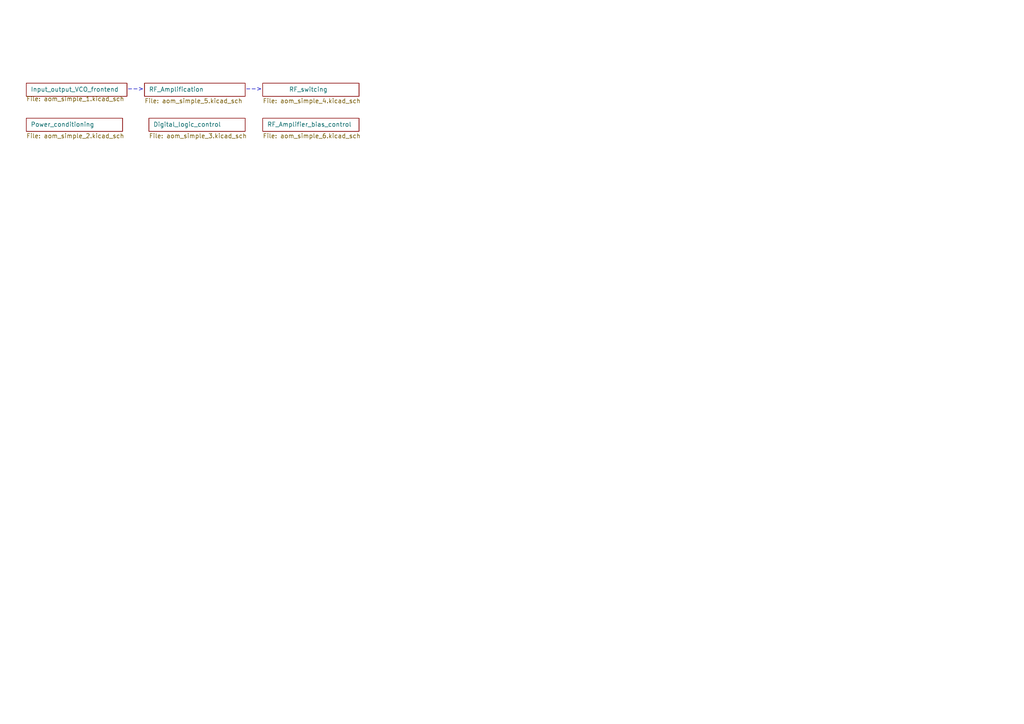
<source format=kicad_sch>
(kicad_sch (version 20211123) (generator eeschema)
  (paper "A4")
  (lib_symbols)
  (text "-->" (at 71.12 26.67 0) (effects (font (size 1.27 1.27)) (justify left bottom)))
  (text "-->" (at 36.83 26.67 0) (effects (font (size 1.27 1.27)) (justify left bottom)))
  (sheet (at 41.91 24.13) (size 29.21 3.81)
    (property "Sheet name" "RF_Amplification" (at 43.18 26.67 0) (effects (justify left bottom)))
    (property "Sheet file" "aom_simple_5.kicad_sch" (at 41.91 28.5246 0) (effects (justify left top)))
  )
  (sheet (at 7.62 24.13) (size 29.21 3.81)
    (property "Sheet name" "Input_output_VCO_frontend" (at 8.89 26.67 0) (effects (justify left bottom)))
    (property "Sheet file" "aom_simple_1.kicad_sch" (at 7.62 27.94 0) (effects (justify left top)))
  )
  (sheet (at 7.62 34.29) (size 27.94 3.81)
    (property "Sheet name" "Power_conditioning" (at 8.89 36.83 0) (effects (justify left bottom)))
    (property "Sheet file" "aom_simple_2.kicad_sch" (at 7.62 38.6846 0) (effects (justify left top)))
  )
  (sheet (at 76.2 24.13) (size 27.94 3.81)
    (property "Sheet name" "RF_switcing" (at 83.82 26.67 0) (effects (justify left bottom)))
    (property "Sheet file" "aom_simple_4.kicad_sch" (at 76.2 28.5246 0) (effects (justify left top)))
  )
  (sheet (at 43.18 34.29) (size 27.94 3.81)
    (property "Sheet name" "Digital_logic_control" (at 44.45 36.83 0) (effects (justify left bottom)))
    (property "Sheet file" "aom_simple_3.kicad_sch" (at 43.18 38.6846 0) (effects (justify left top)))
  )
  (sheet (at 76.2 34.29) (size 27.94 3.81)
    (property "Sheet name" "RF_Amplifier_bias_control" (at 77.47 36.83 0) (effects (justify left bottom)))
    (property "Sheet file" "aom_simple_6.kicad_sch" (at 76.2 38.6846 0) (effects (justify left top)))
  )
)
</source>
